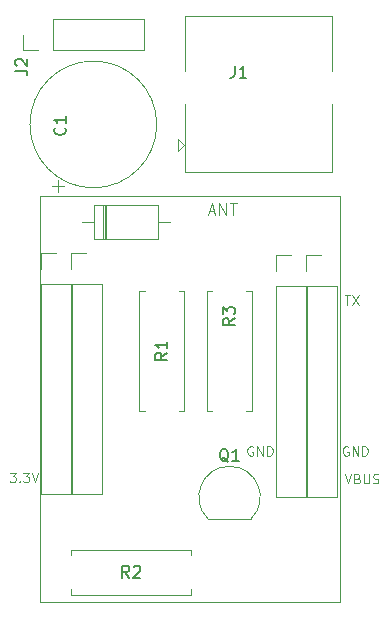
<source format=gbr>
%TF.GenerationSoftware,KiCad,Pcbnew,8.0.0-8.0.0-1~ubuntu22.04.1*%
%TF.CreationDate,2024-03-06T20:03:24+01:00*%
%TF.ProjectId,P1,50312e6b-6963-4616-945f-706362585858,rev?*%
%TF.SameCoordinates,Original*%
%TF.FileFunction,Legend,Top*%
%TF.FilePolarity,Positive*%
%FSLAX46Y46*%
G04 Gerber Fmt 4.6, Leading zero omitted, Abs format (unit mm)*
G04 Created by KiCad (PCBNEW 8.0.0-8.0.0-1~ubuntu22.04.1) date 2024-03-06 20:03:24*
%MOMM*%
%LPD*%
G01*
G04 APERTURE LIST*
%ADD10C,0.100000*%
%ADD11C,0.150000*%
%ADD12C,0.120000*%
G04 APERTURE END LIST*
D10*
X156505312Y-58954990D02*
X156429122Y-58916895D01*
X156429122Y-58916895D02*
X156314836Y-58916895D01*
X156314836Y-58916895D02*
X156200550Y-58954990D01*
X156200550Y-58954990D02*
X156124360Y-59031180D01*
X156124360Y-59031180D02*
X156086265Y-59107371D01*
X156086265Y-59107371D02*
X156048169Y-59259752D01*
X156048169Y-59259752D02*
X156048169Y-59374038D01*
X156048169Y-59374038D02*
X156086265Y-59526419D01*
X156086265Y-59526419D02*
X156124360Y-59602609D01*
X156124360Y-59602609D02*
X156200550Y-59678800D01*
X156200550Y-59678800D02*
X156314836Y-59716895D01*
X156314836Y-59716895D02*
X156391027Y-59716895D01*
X156391027Y-59716895D02*
X156505312Y-59678800D01*
X156505312Y-59678800D02*
X156543408Y-59640704D01*
X156543408Y-59640704D02*
X156543408Y-59374038D01*
X156543408Y-59374038D02*
X156391027Y-59374038D01*
X156886265Y-59716895D02*
X156886265Y-58916895D01*
X156886265Y-58916895D02*
X157343408Y-59716895D01*
X157343408Y-59716895D02*
X157343408Y-58916895D01*
X157724360Y-59716895D02*
X157724360Y-58916895D01*
X157724360Y-58916895D02*
X157914836Y-58916895D01*
X157914836Y-58916895D02*
X158029122Y-58954990D01*
X158029122Y-58954990D02*
X158105312Y-59031180D01*
X158105312Y-59031180D02*
X158143407Y-59107371D01*
X158143407Y-59107371D02*
X158181503Y-59259752D01*
X158181503Y-59259752D02*
X158181503Y-59374038D01*
X158181503Y-59374038D02*
X158143407Y-59526419D01*
X158143407Y-59526419D02*
X158105312Y-59602609D01*
X158105312Y-59602609D02*
X158029122Y-59678800D01*
X158029122Y-59678800D02*
X157914836Y-59716895D01*
X157914836Y-59716895D02*
X157724360Y-59716895D01*
X156221979Y-46116895D02*
X156679122Y-46116895D01*
X156450550Y-46916895D02*
X156450550Y-46116895D01*
X156869598Y-46116895D02*
X157402932Y-46916895D01*
X157402932Y-46116895D02*
X156869598Y-46916895D01*
X144706265Y-39036704D02*
X145182455Y-39036704D01*
X144611027Y-39322419D02*
X144944360Y-38322419D01*
X144944360Y-38322419D02*
X145277693Y-39322419D01*
X145611027Y-39322419D02*
X145611027Y-38322419D01*
X145611027Y-38322419D02*
X146182455Y-39322419D01*
X146182455Y-39322419D02*
X146182455Y-38322419D01*
X146515789Y-38322419D02*
X147087217Y-38322419D01*
X146801503Y-39322419D02*
X146801503Y-38322419D01*
X148445312Y-58954990D02*
X148369122Y-58916895D01*
X148369122Y-58916895D02*
X148254836Y-58916895D01*
X148254836Y-58916895D02*
X148140550Y-58954990D01*
X148140550Y-58954990D02*
X148064360Y-59031180D01*
X148064360Y-59031180D02*
X148026265Y-59107371D01*
X148026265Y-59107371D02*
X147988169Y-59259752D01*
X147988169Y-59259752D02*
X147988169Y-59374038D01*
X147988169Y-59374038D02*
X148026265Y-59526419D01*
X148026265Y-59526419D02*
X148064360Y-59602609D01*
X148064360Y-59602609D02*
X148140550Y-59678800D01*
X148140550Y-59678800D02*
X148254836Y-59716895D01*
X148254836Y-59716895D02*
X148331027Y-59716895D01*
X148331027Y-59716895D02*
X148445312Y-59678800D01*
X148445312Y-59678800D02*
X148483408Y-59640704D01*
X148483408Y-59640704D02*
X148483408Y-59374038D01*
X148483408Y-59374038D02*
X148331027Y-59374038D01*
X148826265Y-59716895D02*
X148826265Y-58916895D01*
X148826265Y-58916895D02*
X149283408Y-59716895D01*
X149283408Y-59716895D02*
X149283408Y-58916895D01*
X149664360Y-59716895D02*
X149664360Y-58916895D01*
X149664360Y-58916895D02*
X149854836Y-58916895D01*
X149854836Y-58916895D02*
X149969122Y-58954990D01*
X149969122Y-58954990D02*
X150045312Y-59031180D01*
X150045312Y-59031180D02*
X150083407Y-59107371D01*
X150083407Y-59107371D02*
X150121503Y-59259752D01*
X150121503Y-59259752D02*
X150121503Y-59374038D01*
X150121503Y-59374038D02*
X150083407Y-59526419D01*
X150083407Y-59526419D02*
X150045312Y-59602609D01*
X150045312Y-59602609D02*
X149969122Y-59678800D01*
X149969122Y-59678800D02*
X149854836Y-59716895D01*
X149854836Y-59716895D02*
X149664360Y-59716895D01*
X127870074Y-61166895D02*
X128365312Y-61166895D01*
X128365312Y-61166895D02*
X128098646Y-61471657D01*
X128098646Y-61471657D02*
X128212931Y-61471657D01*
X128212931Y-61471657D02*
X128289122Y-61509752D01*
X128289122Y-61509752D02*
X128327217Y-61547847D01*
X128327217Y-61547847D02*
X128365312Y-61624038D01*
X128365312Y-61624038D02*
X128365312Y-61814514D01*
X128365312Y-61814514D02*
X128327217Y-61890704D01*
X128327217Y-61890704D02*
X128289122Y-61928800D01*
X128289122Y-61928800D02*
X128212931Y-61966895D01*
X128212931Y-61966895D02*
X127984360Y-61966895D01*
X127984360Y-61966895D02*
X127908169Y-61928800D01*
X127908169Y-61928800D02*
X127870074Y-61890704D01*
X128708170Y-61890704D02*
X128746265Y-61928800D01*
X128746265Y-61928800D02*
X128708170Y-61966895D01*
X128708170Y-61966895D02*
X128670074Y-61928800D01*
X128670074Y-61928800D02*
X128708170Y-61890704D01*
X128708170Y-61890704D02*
X128708170Y-61966895D01*
X129012931Y-61166895D02*
X129508169Y-61166895D01*
X129508169Y-61166895D02*
X129241503Y-61471657D01*
X129241503Y-61471657D02*
X129355788Y-61471657D01*
X129355788Y-61471657D02*
X129431979Y-61509752D01*
X129431979Y-61509752D02*
X129470074Y-61547847D01*
X129470074Y-61547847D02*
X129508169Y-61624038D01*
X129508169Y-61624038D02*
X129508169Y-61814514D01*
X129508169Y-61814514D02*
X129470074Y-61890704D01*
X129470074Y-61890704D02*
X129431979Y-61928800D01*
X129431979Y-61928800D02*
X129355788Y-61966895D01*
X129355788Y-61966895D02*
X129127217Y-61966895D01*
X129127217Y-61966895D02*
X129051026Y-61928800D01*
X129051026Y-61928800D02*
X129012931Y-61890704D01*
X129736741Y-61166895D02*
X130003408Y-61966895D01*
X130003408Y-61966895D02*
X130270074Y-61166895D01*
X156221979Y-61266895D02*
X156488646Y-62066895D01*
X156488646Y-62066895D02*
X156755312Y-61266895D01*
X157288645Y-61647847D02*
X157402931Y-61685942D01*
X157402931Y-61685942D02*
X157441026Y-61724038D01*
X157441026Y-61724038D02*
X157479122Y-61800228D01*
X157479122Y-61800228D02*
X157479122Y-61914514D01*
X157479122Y-61914514D02*
X157441026Y-61990704D01*
X157441026Y-61990704D02*
X157402931Y-62028800D01*
X157402931Y-62028800D02*
X157326741Y-62066895D01*
X157326741Y-62066895D02*
X157021979Y-62066895D01*
X157021979Y-62066895D02*
X157021979Y-61266895D01*
X157021979Y-61266895D02*
X157288645Y-61266895D01*
X157288645Y-61266895D02*
X157364836Y-61304990D01*
X157364836Y-61304990D02*
X157402931Y-61343085D01*
X157402931Y-61343085D02*
X157441026Y-61419276D01*
X157441026Y-61419276D02*
X157441026Y-61495466D01*
X157441026Y-61495466D02*
X157402931Y-61571657D01*
X157402931Y-61571657D02*
X157364836Y-61609752D01*
X157364836Y-61609752D02*
X157288645Y-61647847D01*
X157288645Y-61647847D02*
X157021979Y-61647847D01*
X157821979Y-61266895D02*
X157821979Y-61914514D01*
X157821979Y-61914514D02*
X157860074Y-61990704D01*
X157860074Y-61990704D02*
X157898169Y-62028800D01*
X157898169Y-62028800D02*
X157974360Y-62066895D01*
X157974360Y-62066895D02*
X158126741Y-62066895D01*
X158126741Y-62066895D02*
X158202931Y-62028800D01*
X158202931Y-62028800D02*
X158241026Y-61990704D01*
X158241026Y-61990704D02*
X158279122Y-61914514D01*
X158279122Y-61914514D02*
X158279122Y-61266895D01*
X158621978Y-62028800D02*
X158736264Y-62066895D01*
X158736264Y-62066895D02*
X158926740Y-62066895D01*
X158926740Y-62066895D02*
X159002931Y-62028800D01*
X159002931Y-62028800D02*
X159041026Y-61990704D01*
X159041026Y-61990704D02*
X159079121Y-61914514D01*
X159079121Y-61914514D02*
X159079121Y-61838323D01*
X159079121Y-61838323D02*
X159041026Y-61762133D01*
X159041026Y-61762133D02*
X159002931Y-61724038D01*
X159002931Y-61724038D02*
X158926740Y-61685942D01*
X158926740Y-61685942D02*
X158774359Y-61647847D01*
X158774359Y-61647847D02*
X158698169Y-61609752D01*
X158698169Y-61609752D02*
X158660074Y-61571657D01*
X158660074Y-61571657D02*
X158621978Y-61495466D01*
X158621978Y-61495466D02*
X158621978Y-61419276D01*
X158621978Y-61419276D02*
X158660074Y-61343085D01*
X158660074Y-61343085D02*
X158698169Y-61304990D01*
X158698169Y-61304990D02*
X158774359Y-61266895D01*
X158774359Y-61266895D02*
X158964836Y-61266895D01*
X158964836Y-61266895D02*
X159079121Y-61304990D01*
D11*
X146374761Y-60240057D02*
X146279523Y-60192438D01*
X146279523Y-60192438D02*
X146184285Y-60097200D01*
X146184285Y-60097200D02*
X146041428Y-59954342D01*
X146041428Y-59954342D02*
X145946190Y-59906723D01*
X145946190Y-59906723D02*
X145850952Y-59906723D01*
X145898571Y-60144819D02*
X145803333Y-60097200D01*
X145803333Y-60097200D02*
X145708095Y-60001961D01*
X145708095Y-60001961D02*
X145660476Y-59811485D01*
X145660476Y-59811485D02*
X145660476Y-59478152D01*
X145660476Y-59478152D02*
X145708095Y-59287676D01*
X145708095Y-59287676D02*
X145803333Y-59192438D01*
X145803333Y-59192438D02*
X145898571Y-59144819D01*
X145898571Y-59144819D02*
X146089047Y-59144819D01*
X146089047Y-59144819D02*
X146184285Y-59192438D01*
X146184285Y-59192438D02*
X146279523Y-59287676D01*
X146279523Y-59287676D02*
X146327142Y-59478152D01*
X146327142Y-59478152D02*
X146327142Y-59811485D01*
X146327142Y-59811485D02*
X146279523Y-60001961D01*
X146279523Y-60001961D02*
X146184285Y-60097200D01*
X146184285Y-60097200D02*
X146089047Y-60144819D01*
X146089047Y-60144819D02*
X145898571Y-60144819D01*
X147279523Y-60144819D02*
X146708095Y-60144819D01*
X146993809Y-60144819D02*
X146993809Y-59144819D01*
X146993809Y-59144819D02*
X146898571Y-59287676D01*
X146898571Y-59287676D02*
X146803333Y-59382914D01*
X146803333Y-59382914D02*
X146708095Y-59430533D01*
X146906666Y-26724819D02*
X146906666Y-27439104D01*
X146906666Y-27439104D02*
X146859047Y-27581961D01*
X146859047Y-27581961D02*
X146763809Y-27677200D01*
X146763809Y-27677200D02*
X146620952Y-27724819D01*
X146620952Y-27724819D02*
X146525714Y-27724819D01*
X147906666Y-27724819D02*
X147335238Y-27724819D01*
X147620952Y-27724819D02*
X147620952Y-26724819D01*
X147620952Y-26724819D02*
X147525714Y-26867676D01*
X147525714Y-26867676D02*
X147430476Y-26962914D01*
X147430476Y-26962914D02*
X147335238Y-27010533D01*
X128344819Y-27123333D02*
X129059104Y-27123333D01*
X129059104Y-27123333D02*
X129201961Y-27170952D01*
X129201961Y-27170952D02*
X129297200Y-27266190D01*
X129297200Y-27266190D02*
X129344819Y-27409047D01*
X129344819Y-27409047D02*
X129344819Y-27504285D01*
X128440057Y-26694761D02*
X128392438Y-26647142D01*
X128392438Y-26647142D02*
X128344819Y-26551904D01*
X128344819Y-26551904D02*
X128344819Y-26313809D01*
X128344819Y-26313809D02*
X128392438Y-26218571D01*
X128392438Y-26218571D02*
X128440057Y-26170952D01*
X128440057Y-26170952D02*
X128535295Y-26123333D01*
X128535295Y-26123333D02*
X128630533Y-26123333D01*
X128630533Y-26123333D02*
X128773390Y-26170952D01*
X128773390Y-26170952D02*
X129344819Y-26742380D01*
X129344819Y-26742380D02*
X129344819Y-26123333D01*
X141184819Y-51016665D02*
X140708628Y-51349998D01*
X141184819Y-51588093D02*
X140184819Y-51588093D01*
X140184819Y-51588093D02*
X140184819Y-51207141D01*
X140184819Y-51207141D02*
X140232438Y-51111903D01*
X140232438Y-51111903D02*
X140280057Y-51064284D01*
X140280057Y-51064284D02*
X140375295Y-51016665D01*
X140375295Y-51016665D02*
X140518152Y-51016665D01*
X140518152Y-51016665D02*
X140613390Y-51064284D01*
X140613390Y-51064284D02*
X140661009Y-51111903D01*
X140661009Y-51111903D02*
X140708628Y-51207141D01*
X140708628Y-51207141D02*
X140708628Y-51588093D01*
X141184819Y-50064284D02*
X141184819Y-50635712D01*
X141184819Y-50349998D02*
X140184819Y-50349998D01*
X140184819Y-50349998D02*
X140327676Y-50445236D01*
X140327676Y-50445236D02*
X140422914Y-50540474D01*
X140422914Y-50540474D02*
X140470533Y-50635712D01*
X132509579Y-31937732D02*
X132557199Y-31985351D01*
X132557199Y-31985351D02*
X132604818Y-32128208D01*
X132604818Y-32128208D02*
X132604818Y-32223446D01*
X132604818Y-32223446D02*
X132557199Y-32366303D01*
X132557199Y-32366303D02*
X132461960Y-32461541D01*
X132461960Y-32461541D02*
X132366722Y-32509160D01*
X132366722Y-32509160D02*
X132176246Y-32556779D01*
X132176246Y-32556779D02*
X132033389Y-32556779D01*
X132033389Y-32556779D02*
X131842913Y-32509160D01*
X131842913Y-32509160D02*
X131747675Y-32461541D01*
X131747675Y-32461541D02*
X131652437Y-32366303D01*
X131652437Y-32366303D02*
X131604818Y-32223446D01*
X131604818Y-32223446D02*
X131604818Y-32128208D01*
X131604818Y-32128208D02*
X131652437Y-31985351D01*
X131652437Y-31985351D02*
X131700056Y-31937732D01*
X132604818Y-30985351D02*
X132604818Y-31556779D01*
X132604818Y-31271065D02*
X131604818Y-31271065D01*
X131604818Y-31271065D02*
X131747675Y-31366303D01*
X131747675Y-31366303D02*
X131842913Y-31461541D01*
X131842913Y-31461541D02*
X131890532Y-31556779D01*
X146904820Y-48086667D02*
X146428629Y-48420000D01*
X146904820Y-48658095D02*
X145904820Y-48658095D01*
X145904820Y-48658095D02*
X145904820Y-48277143D01*
X145904820Y-48277143D02*
X145952439Y-48181905D01*
X145952439Y-48181905D02*
X146000058Y-48134286D01*
X146000058Y-48134286D02*
X146095296Y-48086667D01*
X146095296Y-48086667D02*
X146238153Y-48086667D01*
X146238153Y-48086667D02*
X146333391Y-48134286D01*
X146333391Y-48134286D02*
X146381010Y-48181905D01*
X146381010Y-48181905D02*
X146428629Y-48277143D01*
X146428629Y-48277143D02*
X146428629Y-48658095D01*
X145904820Y-47753333D02*
X145904820Y-47134286D01*
X145904820Y-47134286D02*
X146285772Y-47467619D01*
X146285772Y-47467619D02*
X146285772Y-47324762D01*
X146285772Y-47324762D02*
X146333391Y-47229524D01*
X146333391Y-47229524D02*
X146381010Y-47181905D01*
X146381010Y-47181905D02*
X146476248Y-47134286D01*
X146476248Y-47134286D02*
X146714343Y-47134286D01*
X146714343Y-47134286D02*
X146809581Y-47181905D01*
X146809581Y-47181905D02*
X146857201Y-47229524D01*
X146857201Y-47229524D02*
X146904820Y-47324762D01*
X146904820Y-47324762D02*
X146904820Y-47610476D01*
X146904820Y-47610476D02*
X146857201Y-47705714D01*
X146857201Y-47705714D02*
X146809581Y-47753333D01*
X137973333Y-70034819D02*
X137640000Y-69558628D01*
X137401905Y-70034819D02*
X137401905Y-69034819D01*
X137401905Y-69034819D02*
X137782857Y-69034819D01*
X137782857Y-69034819D02*
X137878095Y-69082438D01*
X137878095Y-69082438D02*
X137925714Y-69130057D01*
X137925714Y-69130057D02*
X137973333Y-69225295D01*
X137973333Y-69225295D02*
X137973333Y-69368152D01*
X137973333Y-69368152D02*
X137925714Y-69463390D01*
X137925714Y-69463390D02*
X137878095Y-69511009D01*
X137878095Y-69511009D02*
X137782857Y-69558628D01*
X137782857Y-69558628D02*
X137401905Y-69558628D01*
X138354286Y-69130057D02*
X138401905Y-69082438D01*
X138401905Y-69082438D02*
X138497143Y-69034819D01*
X138497143Y-69034819D02*
X138735238Y-69034819D01*
X138735238Y-69034819D02*
X138830476Y-69082438D01*
X138830476Y-69082438D02*
X138878095Y-69130057D01*
X138878095Y-69130057D02*
X138925714Y-69225295D01*
X138925714Y-69225295D02*
X138925714Y-69320533D01*
X138925714Y-69320533D02*
X138878095Y-69463390D01*
X138878095Y-69463390D02*
X138306667Y-70034819D01*
X138306667Y-70034819D02*
X138925714Y-70034819D01*
D12*
%TO.C,Q1*%
X144670000Y-65060000D02*
X148270000Y-65060000D01*
X144631522Y-65048478D02*
G75*
G02*
X146470000Y-60610000I1838478J1838478D01*
G01*
X146470000Y-60610000D02*
G75*
G02*
X148308478Y-65048478I0J-2600000D01*
G01*
%TO.C,J1*%
X142080000Y-33900000D02*
X142080000Y-32900000D01*
X142080000Y-33900000D02*
X142580000Y-33400000D01*
X142580000Y-33400000D02*
X142080000Y-32900000D01*
X142740000Y-27180000D02*
X142740000Y-22450000D01*
X142740000Y-35670000D02*
X142740000Y-29930000D01*
X155160000Y-22450000D02*
X142740000Y-22450000D01*
X155160000Y-27180000D02*
X155160000Y-22450000D01*
X155160000Y-35670000D02*
X142740000Y-35670000D01*
X155160000Y-35670000D02*
X155160000Y-29930000D01*
%TO.C,J2*%
X139240000Y-25400000D02*
X139240000Y-22740000D01*
X131560000Y-25400000D02*
X139240000Y-25400000D01*
X131560000Y-25400000D02*
X131560000Y-22740000D01*
X131560000Y-22740000D02*
X139240000Y-22740000D01*
X130290000Y-25400000D02*
X128960000Y-25400000D01*
X128960000Y-25400000D02*
X128960000Y-24070000D01*
%TO.C,D1*%
X133990000Y-39940000D02*
X135010000Y-39940000D01*
X135010000Y-38470000D02*
X135010000Y-41410000D01*
X135010000Y-41410000D02*
X140450000Y-41410000D01*
X135790000Y-38470000D02*
X135790000Y-41410000D01*
X135910000Y-38470000D02*
X135910000Y-41410000D01*
X136030000Y-38470000D02*
X136030000Y-41410000D01*
X140450000Y-38470000D02*
X135010000Y-38470000D01*
X140450000Y-41410000D02*
X140450000Y-38470000D01*
X141470000Y-39940000D02*
X140450000Y-39940000D01*
%TO.C,R1*%
X138810000Y-45779999D02*
X139290000Y-45779999D01*
X138810000Y-55919999D02*
X138810000Y-45779999D01*
X139290000Y-55919999D02*
X138810000Y-55919999D01*
X142170000Y-55919999D02*
X142650000Y-55919999D01*
X142650000Y-45779999D02*
X142170000Y-45779999D01*
X142650000Y-55919999D02*
X142650000Y-45779999D01*
%TO.C,C1*%
X131400000Y-36892133D02*
X132450000Y-36892133D01*
X131925000Y-37417133D02*
X131925000Y-36367133D01*
X140310000Y-31670000D02*
G75*
G02*
X129570000Y-31670000I-5370000J0D01*
G01*
X129570000Y-31670000D02*
G75*
G02*
X140310000Y-31670000I5370000J0D01*
G01*
%TO.C,R3*%
X144530001Y-45780000D02*
X144530001Y-55920000D01*
X144530001Y-55920000D02*
X145010001Y-55920000D01*
X145010001Y-45780000D02*
X144530001Y-45780000D01*
X147890001Y-45780000D02*
X148370001Y-45780000D01*
X148370001Y-45780000D02*
X148370001Y-55920000D01*
X148370001Y-55920000D02*
X147890001Y-55920000D01*
%TO.C,R2*%
X133070000Y-67660000D02*
X143210000Y-67660000D01*
X133070000Y-68140000D02*
X133070000Y-67660000D01*
X133070000Y-71020000D02*
X133070000Y-71500000D01*
X133070000Y-71500000D02*
X143210000Y-71500000D01*
X143210000Y-67660000D02*
X143210000Y-68140000D01*
X143210000Y-71500000D02*
X143210000Y-71020000D01*
%TO.C,U1*%
X130485000Y-42560000D02*
X131815000Y-42560000D01*
X130485000Y-43890000D02*
X130485000Y-42560000D01*
X130485000Y-45160000D02*
X130485000Y-63000000D01*
X130485000Y-45160000D02*
X133145000Y-45160000D01*
X130485000Y-63000000D02*
X133145000Y-63000000D01*
X133025000Y-42560000D02*
X134355000Y-42560000D01*
X133025000Y-43890000D02*
X133025000Y-42560000D01*
X133025000Y-45160000D02*
X133025000Y-63000000D01*
X133025000Y-45160000D02*
X135685000Y-45160000D01*
X133025000Y-63000000D02*
X135685000Y-63000000D01*
X133145000Y-45160000D02*
X133145000Y-63000000D01*
X135685000Y-45160000D02*
X135685000Y-63000000D01*
X150385000Y-42740000D02*
X151715000Y-42740000D01*
X150385000Y-44070000D02*
X150385000Y-42740000D01*
X150385000Y-45340000D02*
X150385000Y-63180000D01*
X150385000Y-45340000D02*
X153045000Y-45340000D01*
X150385000Y-63180000D02*
X153045000Y-63180000D01*
X152925000Y-42740000D02*
X154255000Y-42740000D01*
X152925000Y-44070000D02*
X152925000Y-42740000D01*
X152925000Y-45340000D02*
X152925000Y-63180000D01*
X152925000Y-45340000D02*
X155585000Y-45340000D01*
X152925000Y-63180000D02*
X155585000Y-63180000D01*
X153045000Y-45340000D02*
X153045000Y-63180000D01*
X155585000Y-45340000D02*
X155585000Y-63180000D01*
D10*
X130390000Y-37740000D02*
X155800000Y-37740000D01*
X155800000Y-72080000D01*
X130390000Y-72080000D01*
X130390000Y-37740000D01*
%TD*%
M02*

</source>
